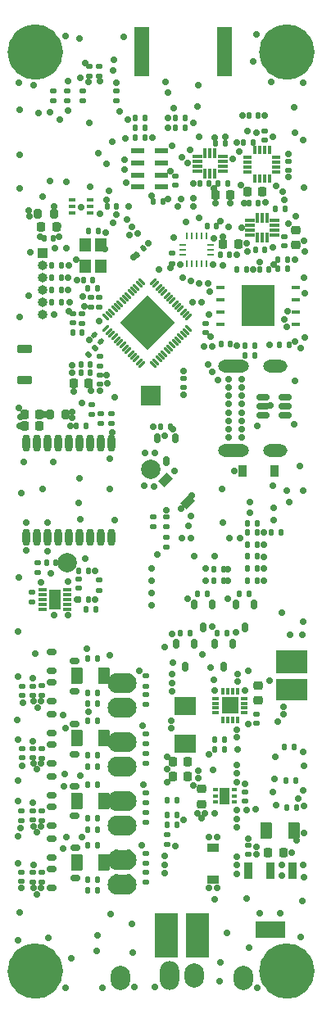
<source format=gbr>
%TF.GenerationSoftware,KiCad,Pcbnew,(6.0.1)*%
%TF.CreationDate,2022-09-22T22:29:04+02:00*%
%TF.ProjectId,kp-ptr,6b702d70-7472-42e6-9b69-6361645f7063,rev?*%
%TF.SameCoordinates,Original*%
%TF.FileFunction,Soldermask,Top*%
%TF.FilePolarity,Negative*%
%FSLAX46Y46*%
G04 Gerber Fmt 4.6, Leading zero omitted, Abs format (unit mm)*
G04 Created by KiCad (PCBNEW (6.0.1)) date 2022-09-22 22:29:04*
%MOMM*%
%LPD*%
G01*
G04 APERTURE LIST*
G04 Aperture macros list*
%AMRoundRect*
0 Rectangle with rounded corners*
0 $1 Rounding radius*
0 $2 $3 $4 $5 $6 $7 $8 $9 X,Y pos of 4 corners*
0 Add a 4 corners polygon primitive as box body*
4,1,4,$2,$3,$4,$5,$6,$7,$8,$9,$2,$3,0*
0 Add four circle primitives for the rounded corners*
1,1,$1+$1,$2,$3*
1,1,$1+$1,$4,$5*
1,1,$1+$1,$6,$7*
1,1,$1+$1,$8,$9*
0 Add four rect primitives between the rounded corners*
20,1,$1+$1,$2,$3,$4,$5,0*
20,1,$1+$1,$4,$5,$6,$7,0*
20,1,$1+$1,$6,$7,$8,$9,0*
20,1,$1+$1,$8,$9,$2,$3,0*%
%AMRotRect*
0 Rectangle, with rotation*
0 The origin of the aperture is its center*
0 $1 length*
0 $2 width*
0 $3 Rotation angle, in degrees counterclockwise*
0 Add horizontal line*
21,1,$1,$2,0,0,$3*%
G04 Aperture macros list end*
%ADD10C,2.850000*%
%ADD11RoundRect,0.200000X0.200000X0.275000X-0.200000X0.275000X-0.200000X-0.275000X0.200000X-0.275000X0*%
%ADD12RoundRect,0.147500X0.147500X0.172500X-0.147500X0.172500X-0.147500X-0.172500X0.147500X-0.172500X0*%
%ADD13RoundRect,0.135000X-0.135000X-0.185000X0.135000X-0.185000X0.135000X0.185000X-0.135000X0.185000X0*%
%ADD14RoundRect,0.135000X0.135000X0.185000X-0.135000X0.185000X-0.135000X-0.185000X0.135000X-0.185000X0*%
%ADD15RoundRect,0.135000X-0.185000X0.135000X-0.185000X-0.135000X0.185000X-0.135000X0.185000X0.135000X0*%
%ADD16RoundRect,0.175000X-0.325000X-0.175000X0.325000X-0.175000X0.325000X0.175000X-0.325000X0.175000X0*%
%ADD17RoundRect,0.140000X0.170000X-0.140000X0.170000X0.140000X-0.170000X0.140000X-0.170000X-0.140000X0*%
%ADD18RoundRect,0.135000X0.185000X-0.135000X0.185000X0.135000X-0.185000X0.135000X-0.185000X-0.135000X0*%
%ADD19RoundRect,0.225000X0.225000X0.250000X-0.225000X0.250000X-0.225000X-0.250000X0.225000X-0.250000X0*%
%ADD20R,0.800000X0.300000*%
%ADD21R,0.300000X0.800000*%
%ADD22R,1.750000X1.750000*%
%ADD23RoundRect,0.250000X0.375000X0.625000X-0.375000X0.625000X-0.375000X-0.625000X0.375000X-0.625000X0*%
%ADD24RoundRect,0.140000X0.140000X0.170000X-0.140000X0.170000X-0.140000X-0.170000X0.140000X-0.170000X0*%
%ADD25RoundRect,0.140000X-0.170000X0.140000X-0.170000X-0.140000X0.170000X-0.140000X0.170000X0.140000X0*%
%ADD26R,0.650000X0.400000*%
%ADD27R,1.150000X1.400000*%
%ADD28RoundRect,0.225000X-0.250000X0.225000X-0.250000X-0.225000X0.250000X-0.225000X0.250000X0.225000X0*%
%ADD29RoundRect,0.147500X-0.172500X0.147500X-0.172500X-0.147500X0.172500X-0.147500X0.172500X0.147500X0*%
%ADD30R,0.609600X0.304800*%
%ADD31R,1.092200X1.701800*%
%ADD32R,0.250000X0.728000*%
%ADD33R,0.728000X0.250000*%
%ADD34R,0.728000X0.252000*%
%ADD35R,0.728000X0.260000*%
%ADD36R,0.252000X0.728000*%
%ADD37RoundRect,0.250000X-0.375000X-0.625000X0.375000X-0.625000X0.375000X0.625000X-0.375000X0.625000X0*%
%ADD38RoundRect,0.140000X-0.140000X-0.170000X0.140000X-0.170000X0.140000X0.170000X-0.140000X0.170000X0*%
%ADD39RoundRect,0.008100X0.386900X0.126900X-0.386900X0.126900X-0.386900X-0.126900X0.386900X-0.126900X0*%
%ADD40R,1.240000X2.130000*%
%ADD41R,0.950000X0.450000*%
%ADD42R,3.450000X4.350000*%
%ADD43RoundRect,0.147500X-0.147500X-0.172500X0.147500X-0.172500X0.147500X0.172500X-0.147500X0.172500X0*%
%ADD44RoundRect,0.175000X-0.175000X0.325000X-0.175000X-0.325000X0.175000X-0.325000X0.175000X0.325000X0*%
%ADD45RoundRect,0.200000X-0.600000X0.200000X-0.600000X-0.200000X0.600000X-0.200000X0.600000X0.200000X0*%
%ADD46R,0.900000X1.200000*%
%ADD47RoundRect,0.140000X0.021213X-0.219203X0.219203X-0.021213X-0.021213X0.219203X-0.219203X0.021213X0*%
%ADD48RoundRect,0.006600X-0.208597X-0.354826X0.354826X0.208597X0.208597X0.354826X-0.354826X-0.208597X0*%
%ADD49RoundRect,0.022000X0.208597X-0.333047X0.333047X-0.208597X-0.208597X0.333047X-0.333047X0.208597X0*%
%ADD50RotRect,4.000000X4.000000X45.000000*%
%ADD51RoundRect,0.200000X-0.200000X-0.275000X0.200000X-0.275000X0.200000X0.275000X-0.200000X0.275000X0*%
%ADD52R,0.300000X0.855000*%
%ADD53R,0.855000X0.300000*%
%ADD54RoundRect,0.225000X0.250000X-0.225000X0.250000X0.225000X-0.250000X0.225000X-0.250000X-0.225000X0*%
%ADD55RoundRect,0.021200X0.633800X0.243800X-0.633800X0.243800X-0.633800X-0.243800X0.633800X-0.243800X0*%
%ADD56R,1.200000X0.900000*%
%ADD57O,0.800000X1.800000*%
%ADD58RoundRect,0.147500X0.017678X-0.226274X0.226274X-0.017678X-0.017678X0.226274X-0.226274X0.017678X0*%
%ADD59RoundRect,0.225000X-0.225000X-0.250000X0.225000X-0.250000X0.225000X0.250000X-0.225000X0.250000X0*%
%ADD60R,2.200000X1.900000*%
%ADD61RotRect,0.900000X1.200000X135.000000*%
%ADD62R,0.850800X1.761200*%
%ADD63R,3.150799X1.761200*%
%ADD64RoundRect,0.140000X0.219203X0.021213X0.021213X0.219203X-0.219203X-0.021213X-0.021213X-0.219203X0*%
%ADD65RoundRect,0.150000X-0.512500X-0.150000X0.512500X-0.150000X0.512500X0.150000X-0.512500X0.150000X0*%
%ADD66RoundRect,0.031500X-0.430000X-0.143500X0.430000X-0.143500X0.430000X0.143500X-0.430000X0.143500X0*%
%ADD67RoundRect,0.031500X0.143500X-0.428000X0.143500X0.428000X-0.143500X0.428000X-0.143500X-0.428000X0*%
%ADD68RoundRect,0.031500X0.430000X0.143500X-0.430000X0.143500X-0.430000X-0.143500X0.430000X-0.143500X0*%
%ADD69RoundRect,0.031500X-0.143500X0.428000X-0.143500X-0.428000X0.143500X-0.428000X0.143500X0.428000X0*%
%ADD70R,1.000000X1.000000*%
%ADD71O,1.000000X1.000000*%
%ADD72O,2.000000X2.500000*%
%ADD73O,2.000000X3.000000*%
%ADD74R,2.413000X4.572000*%
%ADD75C,0.700000*%
%ADD76O,3.200000X1.300000*%
%ADD77O,2.500000X1.300000*%
%ADD78RoundRect,1.050000X0.450000X0.000000X0.450000X0.000000X-0.450000X0.000000X-0.450000X0.000000X0*%
%ADD79R,1.500000X5.080000*%
%ADD80C,2.000000*%
%ADD81R,2.000000X2.000000*%
%ADD82R,3.302000X2.286000*%
%ADD83R,3.302000X2.447000*%
%ADD84C,5.500000*%
G04 APERTURE END LIST*
D10*
X145025000Y-34600000D02*
G75*
G03*
X145025000Y-34600000I-1425000J0D01*
G01*
X171025000Y-129600000D02*
G75*
G03*
X171025000Y-129600000I-1425000J0D01*
G01*
X145025000Y-129600000D02*
G75*
G03*
X145025000Y-129600000I-1425000J0D01*
G01*
X171025000Y-34600000D02*
G75*
G03*
X171025000Y-34600000I-1425000J0D01*
G01*
D11*
%TO.C,FB1*%
X146755000Y-72040000D03*
X145105000Y-72040000D03*
%TD*%
D12*
%TO.C,D2*%
X149075000Y-88265000D03*
X148105000Y-88265000D03*
%TD*%
D13*
%TO.C,R50*%
X162050000Y-89255600D03*
X163070000Y-89255600D03*
%TD*%
D14*
%TO.C,R49*%
X166575200Y-83312000D03*
X165555200Y-83312000D03*
%TD*%
D15*
%TO.C,R26*%
X150215600Y-89202800D03*
X150215600Y-90222800D03*
%TD*%
D16*
%TO.C,Q11*%
X145256400Y-96636800D03*
X145256400Y-98536800D03*
X147656400Y-97586800D03*
%TD*%
D14*
%TO.C,R78*%
X150014400Y-103733600D03*
X148994400Y-103733600D03*
%TD*%
D13*
%TO.C,R73*%
X148994400Y-107289600D03*
X150014400Y-107289600D03*
%TD*%
D16*
%TO.C,Q10*%
X145250760Y-99756878D03*
X145250760Y-101656878D03*
X147650760Y-100706878D03*
%TD*%
D17*
%TO.C,C63*%
X142240000Y-107566400D03*
X142240000Y-106606400D03*
%TD*%
D13*
%TO.C,R43*%
X156563600Y-73355200D03*
X157583600Y-73355200D03*
%TD*%
D15*
%TO.C,R76*%
X155041600Y-101039200D03*
X155041600Y-102059200D03*
%TD*%
D14*
%TO.C,R48*%
X166575200Y-84277200D03*
X165555200Y-84277200D03*
%TD*%
%TO.C,R46*%
X166575200Y-86749466D03*
X165555200Y-86749466D03*
%TD*%
D18*
%TO.C,R19*%
X157734000Y-56440800D03*
X157734000Y-55420800D03*
%TD*%
D19*
%TO.C,C5*%
X147561000Y-68834000D03*
X149111000Y-68834000D03*
%TD*%
D20*
%TO.C,IC1*%
X162228400Y-101408800D03*
X162228400Y-101908800D03*
X162228400Y-102408800D03*
X162228400Y-102908800D03*
D21*
X162978400Y-103658800D03*
X163478400Y-103658800D03*
X163978400Y-103658800D03*
X164478400Y-103658800D03*
D20*
X165228400Y-102908800D03*
X165228400Y-102408800D03*
X165228400Y-101908800D03*
X165228400Y-101408800D03*
D21*
X164478400Y-100658800D03*
X163978400Y-100658800D03*
X163478400Y-100658800D03*
X162978400Y-100658800D03*
D22*
X163728400Y-102158800D03*
%TD*%
D18*
%TO.C,R54*%
X144272000Y-114041059D03*
X144272000Y-113021059D03*
%TD*%
D23*
%TO.C,F1*%
X170310000Y-115112800D03*
X167510000Y-115112800D03*
%TD*%
D19*
%TO.C,C33*%
X144031000Y-72034400D03*
X142481000Y-72034400D03*
%TD*%
D14*
%TO.C,R47*%
X166575200Y-85496400D03*
X165555200Y-85496400D03*
%TD*%
D13*
%TO.C,R14*%
X149045200Y-59029600D03*
X150065200Y-59029600D03*
%TD*%
D24*
%TO.C,C7*%
X149273200Y-66903600D03*
X148313200Y-66903600D03*
%TD*%
%TO.C,C52*%
X166646800Y-41198800D03*
X165686800Y-41198800D03*
%TD*%
D25*
%TO.C,C53*%
X149148800Y-36096000D03*
X149148800Y-37056000D03*
%TD*%
D15*
%TO.C,R7*%
X155803600Y-82649600D03*
X155803600Y-83669600D03*
%TD*%
D26*
%TO.C,U12*%
X147402000Y-49896000D03*
X147402000Y-50546000D03*
X147402000Y-51196000D03*
X149302000Y-51196000D03*
X149302000Y-50546000D03*
X149302000Y-49896000D03*
%TD*%
D13*
%TO.C,R4*%
X158036800Y-42418000D03*
X159056800Y-42418000D03*
%TD*%
%TO.C,R20*%
X147826000Y-73253600D03*
X148846000Y-73253600D03*
%TD*%
%TO.C,R59*%
X149045200Y-120142000D03*
X150065200Y-120142000D03*
%TD*%
D14*
%TO.C,R29*%
X170486800Y-109931200D03*
X169466800Y-109931200D03*
%TD*%
D25*
%TO.C,C37*%
X165277800Y-111069650D03*
X165277800Y-112029650D03*
%TD*%
D18*
%TO.C,R77*%
X155041600Y-106072400D03*
X155041600Y-105052400D03*
%TD*%
D14*
%TO.C,R45*%
X166575200Y-88002532D03*
X165555200Y-88002532D03*
%TD*%
D18*
%TO.C,R65*%
X155041600Y-112219200D03*
X155041600Y-111199200D03*
%TD*%
D27*
%TO.C,Y1*%
X150365000Y-56723000D03*
X150365000Y-54523000D03*
X148765000Y-54523000D03*
X148765000Y-56723000D03*
%TD*%
D14*
%TO.C,R30*%
X170385200Y-106426000D03*
X169365200Y-106426000D03*
%TD*%
D28*
%TO.C,C24*%
X170535600Y-52971400D03*
X170535600Y-54521400D03*
%TD*%
D17*
%TO.C,C64*%
X142138400Y-114018000D03*
X142138400Y-113058000D03*
%TD*%
D29*
%TO.C,L3*%
X143256000Y-90447000D03*
X143256000Y-91417000D03*
%TD*%
D30*
%TO.C,U9*%
X162191700Y-110848864D03*
X162191700Y-111498850D03*
X162191700Y-112148836D03*
X164198300Y-112148836D03*
X164198300Y-111498850D03*
X164198300Y-110848864D03*
D31*
X163195000Y-111498850D03*
%TD*%
D25*
%TO.C,C29*%
X148082000Y-89055000D03*
X148082000Y-90015000D03*
%TD*%
D18*
%TO.C,R67*%
X144272000Y-107596400D03*
X144272000Y-106576400D03*
%TD*%
D14*
%TO.C,R35*%
X163171600Y-106730800D03*
X162151600Y-106730800D03*
%TD*%
D17*
%TO.C,C34*%
X167284400Y-43710800D03*
X167284400Y-42750800D03*
%TD*%
D32*
%TO.C,U3*%
X161274000Y-53637800D03*
X160774000Y-53637800D03*
X160274000Y-53637800D03*
X159774000Y-53637800D03*
X159274000Y-53637800D03*
D33*
X158860000Y-54551800D03*
D34*
X158860000Y-55052800D03*
D35*
X158860000Y-55556800D03*
D32*
X159274000Y-56465800D03*
X159774000Y-56465800D03*
D36*
X160275000Y-56465800D03*
D32*
X160774000Y-56465800D03*
X161274000Y-56465800D03*
D35*
X161688000Y-55556800D03*
D33*
X161688000Y-55051800D03*
X161688000Y-54551800D03*
%TD*%
D19*
%TO.C,C32*%
X144031000Y-73253600D03*
X142481000Y-73253600D03*
%TD*%
D13*
%TO.C,R3*%
X153922000Y-42418000D03*
X154942000Y-42418000D03*
%TD*%
D16*
%TO.C,Q4*%
X145291133Y-112637933D03*
X145291133Y-114537933D03*
X147691133Y-113587933D03*
%TD*%
D19*
%TO.C,C31*%
X167043400Y-49022000D03*
X165493400Y-49022000D03*
%TD*%
D14*
%TO.C,R13*%
X146306000Y-57931269D03*
X145286000Y-57931269D03*
%TD*%
D37*
%TO.C,F2*%
X147901200Y-118364000D03*
X150701200Y-118364000D03*
%TD*%
D18*
%TO.C,R79*%
X155041600Y-100128800D03*
X155041600Y-99108800D03*
%TD*%
D38*
%TO.C,C9*%
X148567200Y-58166000D03*
X149527200Y-58166000D03*
%TD*%
D25*
%TO.C,C14*%
X158902400Y-68303200D03*
X158902400Y-69263200D03*
%TD*%
D17*
%TO.C,C56*%
X143357600Y-114012789D03*
X143357600Y-113052789D03*
%TD*%
D24*
%TO.C,C17*%
X156791600Y-50088800D03*
X155831600Y-50088800D03*
%TD*%
D14*
%TO.C,R64*%
X150065200Y-116586000D03*
X149045200Y-116586000D03*
%TD*%
D39*
%TO.C,U7*%
X146939000Y-92186000D03*
X146939000Y-91686000D03*
X146939000Y-91186000D03*
X146939000Y-90686000D03*
X146939000Y-90186000D03*
X144399000Y-90186000D03*
X144399000Y-90686000D03*
X144399000Y-91186000D03*
X144399000Y-91686000D03*
X144399000Y-92186000D03*
D40*
X145669000Y-91186000D03*
%TD*%
D24*
%TO.C,C47*%
X145463200Y-53848000D03*
X144503200Y-53848000D03*
%TD*%
D14*
%TO.C,R10*%
X146306000Y-59182000D03*
X145286000Y-59182000D03*
%TD*%
D17*
%TO.C,C11*%
X150266400Y-68958400D03*
X150266400Y-67998400D03*
%TD*%
D13*
%TO.C,R69*%
X148994400Y-108458000D03*
X150014400Y-108458000D03*
%TD*%
D41*
%TO.C,U13*%
X162724000Y-58902600D03*
X162724000Y-60172600D03*
X162724000Y-61442600D03*
X162724000Y-62712600D03*
X170524000Y-62712600D03*
X170524000Y-61442600D03*
X170524000Y-60172600D03*
X170524000Y-58902600D03*
D42*
X166624000Y-60807600D03*
%TD*%
D14*
%TO.C,R44*%
X166575200Y-89255600D03*
X165555200Y-89255600D03*
%TD*%
D43*
%TO.C,L1*%
X147472400Y-63601600D03*
X148442400Y-63601600D03*
%TD*%
D44*
%TO.C,Q13*%
X160055600Y-95726400D03*
X158155600Y-95726400D03*
X159105600Y-98126400D03*
%TD*%
D15*
%TO.C,R62*%
X155041600Y-113180400D03*
X155041600Y-114200400D03*
%TD*%
D38*
%TO.C,C48*%
X151031000Y-50546000D03*
X151991000Y-50546000D03*
%TD*%
D37*
%TO.C,F4*%
X147901200Y-105511600D03*
X150701200Y-105511600D03*
%TD*%
D16*
%TO.C,Q2*%
X145304967Y-119060949D03*
X145304967Y-120960949D03*
X147704967Y-120010949D03*
%TD*%
D45*
%TO.C,AE1*%
X142494000Y-65303600D03*
X142494000Y-68503600D03*
%TD*%
D13*
%TO.C,R51*%
X162050000Y-88036400D03*
X163070000Y-88036400D03*
%TD*%
D46*
%TO.C,D3*%
X168324800Y-77927200D03*
X165024800Y-77927200D03*
%TD*%
D19*
%TO.C,C21*%
X163779400Y-49367000D03*
X162229400Y-49367000D03*
%TD*%
D47*
%TO.C,C15*%
X154092589Y-55559011D03*
X154771411Y-54880189D03*
%TD*%
D25*
%TO.C,C3*%
X161188401Y-62664400D03*
X161188401Y-63624400D03*
%TD*%
D18*
%TO.C,R53*%
X144272000Y-120396341D03*
X144272000Y-119376341D03*
%TD*%
D48*
%TO.C,U1*%
X150919540Y-63208505D03*
X151202382Y-63491348D03*
X151485225Y-63774191D03*
X151768068Y-64057033D03*
X152050910Y-64339876D03*
X152333753Y-64622719D03*
X152616596Y-64905562D03*
X152899438Y-65188404D03*
X153182281Y-65471247D03*
X153465124Y-65754090D03*
X153747967Y-66036932D03*
X154030809Y-66319775D03*
X154313652Y-66602618D03*
X154596495Y-66885460D03*
D49*
X155791505Y-66885460D03*
X156074348Y-66602618D03*
X156357191Y-66319775D03*
X156640033Y-66036932D03*
X156922876Y-65754090D03*
X157205719Y-65471247D03*
X157488562Y-65188404D03*
X157771404Y-64905562D03*
X158054247Y-64622719D03*
X158337090Y-64339876D03*
X158619932Y-64057033D03*
X158902775Y-63774191D03*
X159185618Y-63491348D03*
X159468460Y-63208505D03*
D48*
X159468460Y-62013495D03*
X159185618Y-61730652D03*
X158902775Y-61447809D03*
X158619932Y-61164967D03*
X158337090Y-60882124D03*
X158054247Y-60599281D03*
X157771404Y-60316438D03*
X157488562Y-60033596D03*
X157205719Y-59750753D03*
X156922876Y-59467910D03*
X156640033Y-59185068D03*
X156357191Y-58902225D03*
X156074348Y-58619382D03*
X155791505Y-58336540D03*
D49*
X154596495Y-58336540D03*
X154313652Y-58619382D03*
X154030809Y-58902225D03*
X153747967Y-59185068D03*
X153465124Y-59467910D03*
X153182281Y-59750753D03*
X152899438Y-60033596D03*
X152616596Y-60316438D03*
X152333753Y-60599281D03*
X152050910Y-60882124D03*
X151768068Y-61164967D03*
X151485225Y-61447809D03*
X151202382Y-61730652D03*
X150919540Y-62013495D03*
D50*
X155194000Y-62611000D03*
%TD*%
D14*
%TO.C,R12*%
X146306000Y-56642000D03*
X145286000Y-56642000D03*
%TD*%
D15*
%TO.C,R40*%
X145491200Y-38606000D03*
X145491200Y-39626000D03*
%TD*%
D38*
%TO.C,C20*%
X161337200Y-52578000D03*
X162297200Y-52578000D03*
%TD*%
D14*
%TO.C,R24*%
X149862000Y-92202000D03*
X148842000Y-92202000D03*
%TD*%
D51*
%TO.C,FB2*%
X143891000Y-51308000D03*
X145541000Y-51308000D03*
%TD*%
D24*
%TO.C,C30*%
X149070000Y-91186000D03*
X148110000Y-91186000D03*
%TD*%
D14*
%TO.C,R1*%
X159056800Y-41402000D03*
X158036800Y-41402000D03*
%TD*%
D16*
%TO.C,Q8*%
X145254262Y-106210208D03*
X145254262Y-108110208D03*
X147654262Y-107160208D03*
%TD*%
D14*
%TO.C,R2*%
X154942000Y-41402000D03*
X153922000Y-41402000D03*
%TD*%
D15*
%TO.C,R23*%
X150368000Y-71981600D03*
X150368000Y-73001600D03*
%TD*%
D17*
%TO.C,C65*%
X142189200Y-120317200D03*
X142189200Y-119357200D03*
%TD*%
D37*
%TO.C,F5*%
X147901200Y-99110800D03*
X150701200Y-99110800D03*
%TD*%
D24*
%TO.C,C49*%
X169644000Y-56997600D03*
X168684000Y-56997600D03*
%TD*%
D52*
%TO.C,U8*%
X167789625Y-44742411D03*
X167289625Y-44742411D03*
X166789625Y-44742411D03*
X166289625Y-44742411D03*
D53*
X165562125Y-45469911D03*
X165562125Y-45969911D03*
X165562125Y-46469911D03*
X165562125Y-46969911D03*
D52*
X166289625Y-47697411D03*
X166789625Y-47697411D03*
X167289625Y-47697411D03*
X167789625Y-47697411D03*
D53*
X168517125Y-46969911D03*
X168517125Y-46469911D03*
X168517125Y-45969911D03*
X168517125Y-45469911D03*
%TD*%
D14*
%TO.C,R5*%
X166321200Y-65989200D03*
X165301200Y-65989200D03*
%TD*%
%TO.C,R72*%
X159564800Y-94640400D03*
X158544800Y-94640400D03*
%TD*%
D44*
%TO.C,Q6*%
X166202400Y-91713200D03*
X164302400Y-91713200D03*
X165252400Y-94113200D03*
%TD*%
D38*
%TO.C,C25*%
X166347200Y-55016400D03*
X167307200Y-55016400D03*
%TD*%
D54*
%TO.C,C44*%
X166624000Y-101613000D03*
X166624000Y-100063000D03*
%TD*%
D15*
%TO.C,R61*%
X155041600Y-119378000D03*
X155041600Y-120398000D03*
%TD*%
D14*
%TO.C,R66*%
X150014400Y-110337600D03*
X148994400Y-110337600D03*
%TD*%
D13*
%TO.C,R60*%
X148994400Y-113792000D03*
X150014400Y-113792000D03*
%TD*%
D15*
%TO.C,R36*%
X146939000Y-38606000D03*
X146939000Y-39626000D03*
%TD*%
D19*
%TO.C,C43*%
X159372600Y-109524800D03*
X157822600Y-109524800D03*
%TD*%
D16*
%TO.C,Q9*%
X145256400Y-103088400D03*
X145256400Y-104988400D03*
X147656400Y-104038400D03*
%TD*%
D19*
%TO.C,C42*%
X159372600Y-107950000D03*
X157822600Y-107950000D03*
%TD*%
D55*
%TO.C,U2*%
X156622600Y-48560200D03*
X156622600Y-47310200D03*
X156622600Y-46060200D03*
X156622600Y-44810200D03*
X154222600Y-44810200D03*
X154222600Y-46060200D03*
X154222600Y-47310200D03*
X154222600Y-48560200D03*
%TD*%
D56*
%TO.C,D4*%
X161975800Y-116866400D03*
X161975800Y-120166400D03*
%TD*%
D17*
%TO.C,C13*%
X149352000Y-60932000D03*
X149352000Y-59972000D03*
%TD*%
D18*
%TO.C,R31*%
X157230000Y-116530000D03*
X157230000Y-115510000D03*
%TD*%
D15*
%TO.C,R39*%
X148539200Y-38606000D03*
X148539200Y-39626000D03*
%TD*%
D38*
%TO.C,C39*%
X157254000Y-113436400D03*
X158214000Y-113436400D03*
%TD*%
D17*
%TO.C,C58*%
X143357600Y-101114800D03*
X143357600Y-100154800D03*
%TD*%
D18*
%TO.C,R25*%
X151480000Y-73000000D03*
X151480000Y-71980000D03*
%TD*%
D17*
%TO.C,C62*%
X142240000Y-101114800D03*
X142240000Y-100154800D03*
%TD*%
D13*
%TO.C,R33*%
X157224000Y-114452400D03*
X158244000Y-114452400D03*
%TD*%
D57*
%TO.C,U6*%
X151466000Y-75033000D03*
X150366000Y-75033000D03*
X149266000Y-75033000D03*
X148166000Y-75033000D03*
X147066000Y-75033000D03*
X145966000Y-75033000D03*
X144866000Y-75033000D03*
X143766000Y-75033000D03*
X142666000Y-75033000D03*
X142666000Y-84733000D03*
X143766000Y-84733000D03*
X144866000Y-84733000D03*
X145966000Y-84733000D03*
X147066000Y-84733000D03*
X148166000Y-84733000D03*
X149266000Y-84733000D03*
X150366000Y-84733000D03*
X151466000Y-84733000D03*
%TD*%
D14*
%TO.C,R11*%
X146306000Y-60452000D03*
X145286000Y-60452000D03*
%TD*%
D15*
%TO.C,R22*%
X149440000Y-72040000D03*
X149440000Y-71020000D03*
%TD*%
D58*
%TO.C,L2*%
X149059853Y-65874947D03*
X149745747Y-65189053D03*
%TD*%
D38*
%TO.C,C19*%
X162740400Y-55524400D03*
X163700400Y-55524400D03*
%TD*%
D13*
%TO.C,R74*%
X148994400Y-100888800D03*
X150014400Y-100888800D03*
%TD*%
D17*
%TO.C,C1*%
X147472400Y-62608400D03*
X147472400Y-61648400D03*
%TD*%
D16*
%TO.C,Q5*%
X145280240Y-109516414D03*
X145280240Y-111416414D03*
X147680240Y-110466414D03*
%TD*%
D24*
%TO.C,C6*%
X149273200Y-67716400D03*
X148313200Y-67716400D03*
%TD*%
D14*
%TO.C,R17*%
X163232400Y-44033000D03*
X162212400Y-44033000D03*
%TD*%
D59*
%TO.C,C18*%
X163004200Y-54457600D03*
X164554200Y-54457600D03*
%TD*%
D17*
%TO.C,C45*%
X166471600Y-104010400D03*
X166471600Y-103050400D03*
%TD*%
D14*
%TO.C,R80*%
X150014400Y-97332800D03*
X148994400Y-97332800D03*
%TD*%
%TO.C,R28*%
X170639200Y-112674400D03*
X169619200Y-112674400D03*
%TD*%
D13*
%TO.C,R52*%
X167993600Y-84277200D03*
X169013600Y-84277200D03*
%TD*%
D14*
%TO.C,R6*%
X166321200Y-64973200D03*
X165301200Y-64973200D03*
%TD*%
D13*
%TO.C,R21*%
X165098000Y-43942000D03*
X166118000Y-43942000D03*
%TD*%
D38*
%TO.C,C4*%
X162791200Y-64820800D03*
X163751200Y-64820800D03*
%TD*%
D14*
%TO.C,R58*%
X163430000Y-94691200D03*
X162410000Y-94691200D03*
%TD*%
D17*
%TO.C,C35*%
X169773600Y-46860400D03*
X169773600Y-45900400D03*
%TD*%
D15*
%TO.C,R8*%
X157175200Y-84732400D03*
X157175200Y-85752400D03*
%TD*%
D28*
%TO.C,C36*%
X160756600Y-110774650D03*
X160756600Y-112324650D03*
%TD*%
D38*
%TO.C,C51*%
X166804400Y-57048400D03*
X167764400Y-57048400D03*
%TD*%
D60*
%TO.C,L4*%
X159054800Y-102190000D03*
X159054800Y-106090000D03*
%TD*%
D18*
%TO.C,R63*%
X155041600Y-118467600D03*
X155041600Y-117447600D03*
%TD*%
D15*
%TO.C,R15*%
X150266400Y-66038000D03*
X150266400Y-67058000D03*
%TD*%
D18*
%TO.C,R38*%
X150241000Y-37086000D03*
X150241000Y-36066000D03*
%TD*%
D24*
%TO.C,C28*%
X145740000Y-87376000D03*
X144780000Y-87376000D03*
%TD*%
D37*
%TO.C,F3*%
X147901200Y-112064800D03*
X150701200Y-112064800D03*
%TD*%
D17*
%TO.C,C40*%
X165608000Y-117523200D03*
X165608000Y-116563200D03*
%TD*%
D61*
%TO.C,D14*%
X159357926Y-81125926D03*
X157024474Y-78792474D03*
%TD*%
D15*
%TO.C,R75*%
X155041600Y-107084400D03*
X155041600Y-108104400D03*
%TD*%
D62*
%TO.C,U10*%
X170214600Y-119250600D03*
X167914600Y-119250600D03*
X165614600Y-119250600D03*
D63*
X167914600Y-125300600D03*
%TD*%
D14*
%TO.C,R18*%
X169420000Y-50850800D03*
X168400000Y-50850800D03*
%TD*%
%TO.C,R57*%
X165711600Y-90627200D03*
X164691600Y-90627200D03*
%TD*%
D38*
%TO.C,C23*%
X160591400Y-48224000D03*
X161551400Y-48224000D03*
%TD*%
D24*
%TO.C,C50*%
X169641511Y-56084600D03*
X168681511Y-56084600D03*
%TD*%
D19*
%TO.C,C46*%
X145758200Y-52705000D03*
X144208200Y-52705000D03*
%TD*%
D44*
%TO.C,Q7*%
X164018000Y-95726400D03*
X162118000Y-95726400D03*
X163068000Y-98126400D03*
%TD*%
D64*
%TO.C,C8*%
X150402611Y-64550611D03*
X149723789Y-63871789D03*
%TD*%
D17*
%TO.C,C57*%
X143357600Y-107568130D03*
X143357600Y-106608130D03*
%TD*%
D24*
%TO.C,C54*%
X166646800Y-50190400D03*
X165686800Y-50190400D03*
%TD*%
D16*
%TO.C,Q3*%
X145307200Y-115940800D03*
X145307200Y-117840800D03*
X147707200Y-116890800D03*
%TD*%
D65*
%TO.C,U11*%
X167112100Y-70271600D03*
X167112100Y-71221600D03*
X167112100Y-72171600D03*
X169387100Y-72171600D03*
X169387100Y-71221600D03*
X169387100Y-70271600D03*
%TD*%
D18*
%TO.C,R68*%
X144272000Y-101143070D03*
X144272000Y-100123070D03*
%TD*%
D44*
%TO.C,Q1*%
X158074400Y-74492000D03*
X156174400Y-74492000D03*
X157124400Y-76892000D03*
%TD*%
D13*
%TO.C,R56*%
X148994400Y-114960400D03*
X150014400Y-114960400D03*
%TD*%
D17*
%TO.C,C27*%
X143891000Y-88364000D03*
X143891000Y-87404000D03*
%TD*%
D13*
%TO.C,R70*%
X148994400Y-101955600D03*
X150014400Y-101955600D03*
%TD*%
D24*
%TO.C,C22*%
X163456400Y-48224000D03*
X162496400Y-48224000D03*
%TD*%
D66*
%TO.C,U5*%
X165760400Y-52031200D03*
X165760400Y-52531200D03*
X165760400Y-53031200D03*
X165760400Y-53531200D03*
D67*
X166530400Y-53797200D03*
X167030400Y-53797200D03*
X167530400Y-53797200D03*
D68*
X168300400Y-53531200D03*
X168300400Y-53031200D03*
X168300400Y-52531200D03*
X168300400Y-52031200D03*
D69*
X167530400Y-51765200D03*
X167030400Y-51765200D03*
X166530400Y-51765200D03*
%TD*%
D18*
%TO.C,R9*%
X157175200Y-83669600D03*
X157175200Y-82649600D03*
%TD*%
D66*
%TO.C,U4*%
X160329100Y-45376400D03*
X160329100Y-45876400D03*
X160329100Y-46376400D03*
X160329100Y-46876400D03*
D67*
X161145600Y-47190900D03*
X161645600Y-47190900D03*
X162145600Y-47190900D03*
D68*
X162962100Y-46876400D03*
X162962100Y-46376400D03*
X162962100Y-45876400D03*
X162962100Y-45376400D03*
D69*
X162145600Y-45061900D03*
X161645600Y-45061900D03*
X161145600Y-45061900D03*
%TD*%
D15*
%TO.C,R37*%
X152019000Y-38606000D03*
X152019000Y-39626000D03*
%TD*%
D38*
%TO.C,C10*%
X149126000Y-53086000D03*
X150086000Y-53086000D03*
%TD*%
D17*
%TO.C,C16*%
X158089600Y-48359000D03*
X158089600Y-47399000D03*
%TD*%
D13*
%TO.C,R34*%
X162151600Y-105664000D03*
X163171600Y-105664000D03*
%TD*%
D44*
%TO.C,Q12*%
X161884400Y-91713200D03*
X159984400Y-91713200D03*
X160934400Y-94113200D03*
%TD*%
D14*
%TO.C,R16*%
X154942000Y-43434000D03*
X153922000Y-43434000D03*
%TD*%
D17*
%TO.C,C2*%
X148449000Y-62621000D03*
X148449000Y-61661000D03*
%TD*%
D14*
%TO.C,R42*%
X169826400Y-64871600D03*
X168806400Y-64871600D03*
%TD*%
D17*
%TO.C,C55*%
X143357600Y-120368071D03*
X143357600Y-119408071D03*
%TD*%
%TO.C,C12*%
X150241000Y-60932000D03*
X150241000Y-59972000D03*
%TD*%
D13*
%TO.C,R55*%
X149045200Y-121259600D03*
X150065200Y-121259600D03*
%TD*%
D59*
%TO.C,C41*%
X167677800Y-117348000D03*
X169227800Y-117348000D03*
%TD*%
D14*
%TO.C,R32*%
X158269400Y-111937800D03*
X157249400Y-111937800D03*
%TD*%
D25*
%TO.C,C26*%
X169367200Y-53672800D03*
X169367200Y-54632800D03*
%TD*%
D14*
%TO.C,R41*%
X165457600Y-57048400D03*
X164437600Y-57048400D03*
%TD*%
%TO.C,R71*%
X161393600Y-90627200D03*
X160373600Y-90627200D03*
%TD*%
D70*
%TO.C,J1*%
X144399000Y-55372000D03*
D71*
X144399000Y-56642000D03*
X144399000Y-57912000D03*
X144399000Y-59182000D03*
X144399000Y-60452000D03*
X144399000Y-61722000D03*
%TD*%
D72*
%TO.C,J2*%
X165100000Y-130280800D03*
D73*
X157480000Y-130030800D03*
D72*
X152400000Y-130280800D03*
X160020000Y-130030800D03*
D74*
X160337500Y-125907800D03*
X157162500Y-125907800D03*
%TD*%
D75*
%TO.C,J4*%
X163578000Y-68449800D03*
X163578000Y-69299800D03*
X163578000Y-70149800D03*
X163578000Y-70999800D03*
X163578000Y-71849800D03*
X163578000Y-72699800D03*
X163578000Y-73549800D03*
X163578000Y-74399800D03*
X164928000Y-74399800D03*
X164928000Y-73549800D03*
X164928000Y-72699800D03*
X164928000Y-71849800D03*
X164928000Y-70999800D03*
X164928000Y-70149800D03*
X164928000Y-69299800D03*
X164928000Y-68449800D03*
D76*
X164078000Y-75749800D03*
D77*
X168378000Y-75749800D03*
X168378000Y-67099800D03*
D76*
X164078000Y-67099800D03*
%TD*%
D78*
%TO.C,J12*%
X152600000Y-108474333D03*
X152600000Y-105934333D03*
%TD*%
D79*
%TO.C,J5*%
X154627000Y-34594800D03*
X163127000Y-34594800D03*
%TD*%
D80*
%TO.C,ANT1*%
X146928000Y-87376000D03*
%TD*%
D78*
%TO.C,J11*%
X152600000Y-114547666D03*
X152600000Y-112007666D03*
%TD*%
D81*
%TO.C,LS1*%
X155575000Y-70114000D03*
D80*
X155575000Y-77714000D03*
%TD*%
D78*
%TO.C,J13*%
X152600000Y-102401000D03*
X152600000Y-99861000D03*
%TD*%
%TO.C,J10*%
X152600000Y-120620999D03*
X152600000Y-118080999D03*
%TD*%
D82*
%TO.C,J7*%
X170078400Y-100507800D03*
D83*
X170078400Y-97667300D03*
%TD*%
D84*
X143600000Y-34600000D03*
X169600000Y-34600000D03*
X169600000Y-129600000D03*
X143600000Y-129600000D03*
D75*
X170484800Y-51612800D03*
X164310000Y-94620000D03*
X147066000Y-61417200D03*
X155279900Y-54356000D03*
X148310000Y-50620000D03*
X144830800Y-83261200D03*
X163474400Y-91135200D03*
X171399200Y-48615600D03*
X166116000Y-35610800D03*
X155194000Y-63288614D03*
X146710400Y-32969200D03*
X165049200Y-41183100D03*
X154486893Y-62581507D03*
X168910000Y-123596400D03*
X143408400Y-37998400D03*
X142951200Y-59791600D03*
X157315321Y-62581507D03*
X145135600Y-40843200D03*
X171196000Y-122377200D03*
X169113200Y-92557600D03*
X155901107Y-62581507D03*
X142036800Y-72288400D03*
X151638000Y-52222400D03*
X168148000Y-111099600D03*
X141986000Y-73253600D03*
X162610800Y-130657600D03*
X167792400Y-99542600D03*
X170789600Y-111760000D03*
X150317200Y-69596000D03*
X164185600Y-101701600D03*
X143052800Y-55321200D03*
X165709600Y-127203200D03*
X153263600Y-119938800D03*
X161900000Y-94030000D03*
X144068800Y-53695600D03*
X171297600Y-37795200D03*
X156608214Y-61874400D03*
X169214800Y-103022400D03*
X158750000Y-84886800D03*
X141935200Y-71424800D03*
X171450000Y-64109600D03*
X165620000Y-98520000D03*
X154790000Y-110300000D03*
X156972000Y-96113600D03*
X163626800Y-84886800D03*
X149230000Y-48530000D03*
X144390000Y-49500000D03*
X155901107Y-61167293D03*
X162001200Y-108839000D03*
X151536400Y-73964800D03*
X153072680Y-62581507D03*
X158920000Y-113960000D03*
X168452800Y-48412400D03*
X147574000Y-69697600D03*
X154584400Y-32766000D03*
X148437600Y-115773200D03*
X142392400Y-76962000D03*
X169824400Y-81127600D03*
X168198800Y-56540400D03*
X141833600Y-126441200D03*
X166624000Y-59131200D03*
X164515800Y-106730800D03*
X155194000Y-64702827D03*
X142646400Y-83261200D03*
X164031367Y-45671367D03*
X151942800Y-101752400D03*
X159308800Y-91135200D03*
X147828000Y-56083200D03*
X156946600Y-117729000D03*
X163017200Y-83210400D03*
X165150800Y-50190400D03*
X168249600Y-82956400D03*
X153822400Y-131267200D03*
X143637000Y-96824800D03*
X147370800Y-66954400D03*
X154584400Y-116636800D03*
X168960800Y-98399600D03*
X166344600Y-112852200D03*
X162763200Y-52120800D03*
X159156400Y-52171600D03*
X171246800Y-97028000D03*
X170129200Y-117348000D03*
X162153600Y-122224800D03*
X171450000Y-55219600D03*
X165404800Y-59131200D03*
X171297600Y-79908400D03*
X141808200Y-99187000D03*
X167792400Y-62433200D03*
X148539200Y-59893200D03*
X153779787Y-63288614D03*
X159664400Y-82600800D03*
X149148800Y-41960800D03*
X163271200Y-102616000D03*
X163118800Y-34645600D03*
X150571200Y-131368800D03*
X147320000Y-128270000D03*
X157581600Y-46939200D03*
X145542000Y-92811600D03*
X157700000Y-99790000D03*
X166674800Y-60198000D03*
X141808200Y-112064800D03*
X165404800Y-60198000D03*
X141782800Y-94488000D03*
X171450000Y-59540000D03*
X151333200Y-79756000D03*
X156362400Y-127812800D03*
X151942800Y-115214400D03*
X155194000Y-61874400D03*
X167894000Y-71170800D03*
X155600400Y-49428400D03*
X149199600Y-64363600D03*
X164388800Y-64973200D03*
X165430200Y-112953800D03*
X162052000Y-53848000D03*
X170942000Y-77419200D03*
X163195000Y-111988600D03*
X170992800Y-126085600D03*
X160350200Y-113334800D03*
X164920000Y-52790000D03*
X148793200Y-86969600D03*
X170992800Y-65176400D03*
X147370800Y-67716400D03*
X151942800Y-113893600D03*
X148285200Y-82905600D03*
X142138400Y-80213200D03*
X150044000Y-125918000D03*
X154380000Y-98540000D03*
X164439600Y-55524400D03*
X144221200Y-89458800D03*
X169214800Y-102260400D03*
X153263600Y-115214400D03*
X141808200Y-118465600D03*
X141986000Y-61976000D03*
X145491200Y-76962000D03*
X165608000Y-115925600D03*
X169570400Y-79908400D03*
X148132800Y-78638400D03*
X157886400Y-53797200D03*
X163372800Y-125679200D03*
X157073600Y-37693600D03*
X171246800Y-93522800D03*
X160050000Y-86750000D03*
X157700000Y-100679000D03*
X170434000Y-68580000D03*
X156972000Y-74269600D03*
X165608000Y-104089200D03*
X154584400Y-36474400D03*
X168656000Y-103835200D03*
X155770000Y-73355200D03*
X144983200Y-126187200D03*
X144322800Y-79756000D03*
X166827200Y-123596400D03*
X155956000Y-131267200D03*
X171348400Y-119888000D03*
X145135600Y-47904400D03*
X148082000Y-81178400D03*
X162763200Y-128727200D03*
X147929600Y-58166000D03*
X157886400Y-40436800D03*
X149098000Y-37693600D03*
X145643600Y-54864000D03*
X157988000Y-124002800D03*
X150774400Y-54965600D03*
X151790400Y-82956400D03*
X159715200Y-84886800D03*
X162052000Y-48666400D03*
X164795200Y-84886800D03*
X156362400Y-124002800D03*
X144830800Y-86207600D03*
X168148000Y-54813200D03*
X153619200Y-124764800D03*
X169113200Y-119735600D03*
X150215600Y-62433200D03*
X146964400Y-89357200D03*
X157190000Y-110080000D03*
X141833600Y-109880400D03*
X149910800Y-127558800D03*
X151942800Y-103073200D03*
X157200000Y-108730000D03*
X165760400Y-81127600D03*
X142646400Y-86156800D03*
X161696400Y-64008000D03*
X169113200Y-118618000D03*
X158000000Y-77900000D03*
X156190000Y-86580000D03*
X162915600Y-79756000D03*
X141884400Y-37795200D03*
X171196000Y-94843600D03*
X171246800Y-98399600D03*
X161112200Y-113334800D03*
X159461200Y-83616800D03*
X163271200Y-101701600D03*
X153263600Y-107797600D03*
X161569400Y-107238800D03*
X157175200Y-124612400D03*
X141986000Y-45212000D03*
X169926000Y-94843600D03*
X165404800Y-62433200D03*
X171297600Y-118668800D03*
X157683200Y-104495600D03*
X171348400Y-54102000D03*
X141986000Y-123545600D03*
X149126538Y-102831357D03*
X165760400Y-82245200D03*
X163169600Y-111023400D03*
X170332400Y-73050400D03*
X160756600Y-113824550D03*
X146710400Y-131318000D03*
X157988000Y-127812800D03*
X153263600Y-101752400D03*
X153263600Y-121259600D03*
X145237200Y-88493600D03*
X167944800Y-37693600D03*
X151942800Y-51409600D03*
X153670000Y-127660400D03*
X156946600Y-118618000D03*
X154486893Y-61167293D03*
X149758400Y-88239600D03*
X161950400Y-56591200D03*
X144068800Y-52730400D03*
X168402000Y-107492800D03*
X168910000Y-97028000D03*
X141884400Y-88950800D03*
X141732000Y-103682800D03*
X157700000Y-98901000D03*
X160426400Y-37998400D03*
X153263600Y-103073200D03*
X157734000Y-94742000D03*
X170434000Y-42976800D03*
X165455600Y-122123200D03*
X160324800Y-40233600D03*
X171348400Y-108407200D03*
X162100000Y-86750000D03*
X165455600Y-54356000D03*
X141986000Y-40589200D03*
X171400000Y-57960000D03*
X163118800Y-32766000D03*
X166674800Y-62433200D03*
X171297600Y-43738800D03*
X162255200Y-50241200D03*
X158902400Y-70053200D03*
X151282400Y-96926400D03*
X168249600Y-81737200D03*
X141833600Y-115671600D03*
X166573200Y-131368800D03*
X166420800Y-42926000D03*
X146964400Y-92811600D03*
X154730000Y-104220000D03*
X156946600Y-119507000D03*
X141808200Y-105714800D03*
X157190000Y-107460000D03*
X162102800Y-113284000D03*
X163118800Y-36525200D03*
X164185600Y-102616000D03*
X154486893Y-63995721D03*
X153263600Y-109118400D03*
X156608214Y-63288614D03*
X169773600Y-45161200D03*
X166471600Y-32766000D03*
X148234400Y-109423200D03*
X151942800Y-107797600D03*
X153263600Y-113893600D03*
X153779787Y-61874400D03*
X166522400Y-73253600D03*
X151942800Y-109118400D03*
X151942800Y-121259600D03*
X141986000Y-48666400D03*
X157226000Y-127101600D03*
X164840000Y-48380000D03*
X148894800Y-96266000D03*
X155901107Y-63995721D03*
X154584400Y-34620200D03*
X150894340Y-53278800D03*
X151942800Y-119938800D03*
X159332711Y-46099845D03*
X149758400Y-91186000D03*
X151333200Y-76657200D03*
X151384000Y-123748800D03*
X155194000Y-60460187D03*
X157683200Y-103733600D03*
X157276800Y-38760400D03*
X148742400Y-35712400D03*
X169367200Y-49885600D03*
X163017200Y-53695600D03*
X148643832Y-60881982D03*
X142963700Y-51562000D03*
X163779200Y-50241200D03*
X169773600Y-47498000D03*
X160528000Y-51779298D03*
X169773600Y-52374800D03*
X166116000Y-57048400D03*
X142087600Y-114808000D03*
X159918400Y-110413800D03*
X155702000Y-43434000D03*
X158930337Y-67531933D03*
X157175200Y-81991200D03*
X147374011Y-72418472D03*
X163525200Y-88036400D03*
X167284400Y-41183100D03*
X159918400Y-48209200D03*
X170398900Y-56083200D03*
X165564312Y-55198518D03*
X153162000Y-41554400D03*
X160477200Y-108915100D03*
X157276800Y-41427400D03*
X166776400Y-56337200D03*
X142189200Y-121005600D03*
X142951200Y-50952400D03*
X157548716Y-56901185D03*
X149369383Y-69596000D03*
X163220400Y-43383200D03*
X168183100Y-43383200D03*
X148437600Y-70916800D03*
X168351115Y-109771764D03*
X153787300Y-55829200D03*
X142240000Y-108407200D03*
X159766000Y-80416400D03*
X142290800Y-101854000D03*
X163525200Y-89255600D03*
X158699200Y-81838800D03*
X157353167Y-49809567D03*
X162153600Y-100634800D03*
X160477200Y-109677200D03*
X167386000Y-50139600D03*
X147380000Y-71790000D03*
X164388800Y-43942000D03*
X147116800Y-60452000D03*
X150977600Y-67970400D03*
X164465000Y-108280200D03*
X164465000Y-110058200D03*
X164388800Y-119532400D03*
X164388800Y-112979200D03*
X164388800Y-117754400D03*
X164388800Y-118643400D03*
X161544000Y-115747800D03*
X165303200Y-100609400D03*
X162407600Y-115747800D03*
X164388800Y-113868200D03*
X164439600Y-104648000D03*
X164439600Y-105384600D03*
X164490400Y-98882200D03*
X164525651Y-99693964D03*
X164388800Y-114757200D03*
X165277800Y-110210600D03*
X168452800Y-112471200D03*
X164465000Y-109169200D03*
X152857200Y-45770800D03*
X159918400Y-50596800D03*
X159613600Y-44704000D03*
X150130000Y-45050000D03*
X158292800Y-50546000D03*
X164693600Y-44907200D03*
X150926800Y-46126400D03*
X159918400Y-49682400D03*
X158750000Y-45481700D03*
X158699200Y-49784000D03*
X152806400Y-46736000D03*
X157734000Y-44297600D03*
X160553567Y-43357967D03*
X153009600Y-48107600D03*
X152349200Y-40741600D03*
X164134800Y-77876400D03*
X169367200Y-71221600D03*
X154910000Y-76020000D03*
X154900000Y-79430000D03*
X157835600Y-73609200D03*
X153568400Y-52679600D03*
X160550000Y-58540000D03*
X167843200Y-64871600D03*
X153263600Y-50581100D03*
X159696297Y-58247987D03*
X161493200Y-58521600D03*
X159816800Y-60452000D03*
X165506400Y-42789300D03*
X162966400Y-56692800D03*
X144590000Y-72030000D03*
X147878800Y-91186000D03*
X146812000Y-48006000D03*
X156378100Y-57048400D03*
X146151600Y-41554400D03*
X158553310Y-56591360D03*
X162102800Y-43434000D03*
X146964400Y-40690800D03*
X151841200Y-70307200D03*
X145542000Y-61772800D03*
X150266400Y-37642800D03*
X145542000Y-50596800D03*
X150977600Y-49885600D03*
X151993600Y-37744400D03*
X146050000Y-53695600D03*
X146964400Y-37642800D03*
X145999200Y-52628800D03*
X147218400Y-73253600D03*
X170586400Y-116078000D03*
X171348400Y-115316000D03*
X170586400Y-115366800D03*
X157276800Y-42418000D03*
X153314400Y-53543200D03*
X147066000Y-56692800D03*
X152908000Y-43535600D03*
X147015200Y-57912000D03*
X154195558Y-53322458D03*
X151180800Y-48971200D03*
X151536400Y-43840400D03*
X155657000Y-91751000D03*
X155657000Y-90501000D03*
X155657000Y-89251000D03*
X161245000Y-89251000D03*
X161245000Y-88001000D03*
X155657000Y-88001000D03*
X162458400Y-68529200D03*
X153111200Y-51917600D03*
X161426700Y-66903600D03*
X161036000Y-65059100D03*
X161899600Y-67665600D03*
X161885503Y-65059100D03*
X171348400Y-112572800D03*
X171246800Y-110947200D03*
X171246800Y-106934000D03*
X151688800Y-35407600D03*
X151075900Y-68884800D03*
X147015200Y-59182000D03*
X169164000Y-49022000D03*
X158800800Y-57947100D03*
X159918400Y-41960800D03*
X163576000Y-52679600D03*
X143408400Y-108102400D03*
X168910000Y-101142800D03*
X161544000Y-121031000D03*
X160324800Y-124714000D03*
X143814800Y-102362000D03*
X161188400Y-124002800D03*
X144170400Y-108102400D03*
X143764000Y-115265200D03*
X159512000Y-127812800D03*
X166471600Y-116738400D03*
X168910000Y-99872800D03*
X162407600Y-121031000D03*
X166471600Y-117525800D03*
X144170400Y-121005600D03*
X159512000Y-124002800D03*
X143764000Y-108762800D03*
X143764000Y-121666000D03*
X158110000Y-116700000D03*
X160324800Y-127050800D03*
X143459200Y-101701600D03*
X171246800Y-99872800D03*
X143408400Y-121005600D03*
X161188400Y-127812800D03*
X171246800Y-101142800D03*
X143408400Y-114655600D03*
X144221200Y-101701600D03*
X144170400Y-114655600D03*
X151942800Y-117398800D03*
X151942800Y-118719600D03*
X153263600Y-117398800D03*
X153263600Y-118719600D03*
X153263600Y-111353600D03*
X153263600Y-112674400D03*
X151942800Y-112674400D03*
X151942800Y-111353600D03*
X153263600Y-105257600D03*
X151942800Y-105257600D03*
X151942800Y-106578400D03*
X153263600Y-106578400D03*
X151942800Y-100533200D03*
X153263600Y-100533200D03*
X153263600Y-99212400D03*
X151942800Y-99212400D03*
X143408400Y-118618000D03*
X162052000Y-99517200D03*
X161747200Y-98247200D03*
X143357600Y-112217200D03*
X160883600Y-96875600D03*
X143332200Y-105867200D03*
X152704800Y-33020000D03*
X170434000Y-64516000D03*
X170383200Y-40335200D03*
X151638000Y-36474400D03*
X148132800Y-33172400D03*
X143967200Y-40944800D03*
X168148000Y-79451200D03*
X161544000Y-61772800D03*
X169316400Y-62230000D03*
X169602119Y-63030012D03*
X161645600Y-59385200D03*
X169672000Y-61417200D03*
X160782000Y-60471389D03*
X150270000Y-51330000D03*
X146820000Y-54860000D03*
X148275100Y-37236400D03*
X167214000Y-89251000D03*
X167214000Y-88001000D03*
X167214000Y-86751000D03*
X167214000Y-85501000D03*
X167214000Y-84251000D03*
X157784800Y-97688400D03*
X143306800Y-99314000D03*
X155905200Y-79502000D03*
X155920000Y-76047600D03*
X146699353Y-104448916D03*
X146456400Y-103174800D03*
X146558000Y-110540800D03*
X146608800Y-109220000D03*
X146507200Y-116941600D03*
X146812000Y-115722400D03*
M02*

</source>
